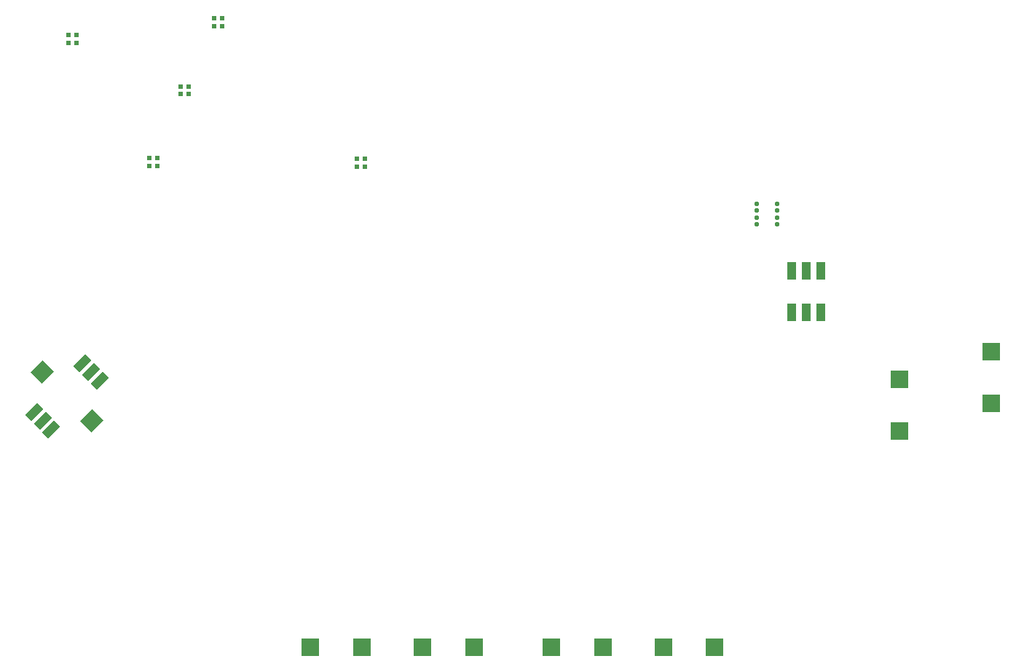
<source format=gtp>
G04 #@! TF.GenerationSoftware,KiCad,Pcbnew,(6.0.4)*
G04 #@! TF.CreationDate,2022-04-24T04:34:32+02:00*
G04 #@! TF.ProjectId,mch2022,6d636832-3032-4322-9e6b-696361645f70,3*
G04 #@! TF.SameCoordinates,Original*
G04 #@! TF.FileFunction,Paste,Top*
G04 #@! TF.FilePolarity,Positive*
%FSLAX46Y46*%
G04 Gerber Fmt 4.6, Leading zero omitted, Abs format (unit mm)*
G04 Created by KiCad (PCBNEW (6.0.4)) date 2022-04-24 04:34:32*
%MOMM*%
%LPD*%
G01*
G04 APERTURE LIST*
G04 Aperture macros list*
%AMRoundRect*
0 Rectangle with rounded corners*
0 $1 Rounding radius*
0 $2 $3 $4 $5 $6 $7 $8 $9 X,Y pos of 4 corners*
0 Add a 4 corners polygon primitive as box body*
4,1,4,$2,$3,$4,$5,$6,$7,$8,$9,$2,$3,0*
0 Add four circle primitives for the rounded corners*
1,1,$1+$1,$2,$3*
1,1,$1+$1,$4,$5*
1,1,$1+$1,$6,$7*
1,1,$1+$1,$8,$9*
0 Add four rect primitives between the rounded corners*
20,1,$1+$1,$2,$3,$4,$5,0*
20,1,$1+$1,$4,$5,$6,$7,0*
20,1,$1+$1,$6,$7,$8,$9,0*
20,1,$1+$1,$8,$9,$2,$3,0*%
%AMRotRect*
0 Rectangle, with rotation*
0 The origin of the aperture is its center*
0 $1 length*
0 $2 width*
0 $3 Rotation angle, in degrees counterclockwise*
0 Add horizontal line*
21,1,$1,$2,0,0,$3*%
G04 Aperture macros list end*
%ADD10R,0.500000X0.500000*%
%ADD11RotRect,2.000000X1.000000X45.000000*%
%ADD12RotRect,2.000000X1.800000X45.000000*%
%ADD13R,2.000000X2.000000*%
%ADD14R,1.100000X2.000000*%
%ADD15RoundRect,0.125000X-0.137500X0.125000X-0.137500X-0.125000X0.137500X-0.125000X0.137500X0.125000X0*%
G04 APERTURE END LIST*
D10*
X-17410000Y27340000D03*
X-18310000Y27340000D03*
X-18310000Y26440000D03*
X-17410000Y26440000D03*
X-50950000Y40820000D03*
X-50950000Y41720000D03*
X-51850000Y41720000D03*
X-51850000Y40820000D03*
X-38810000Y35770000D03*
X-38810000Y34870000D03*
X-37910000Y34870000D03*
X-37910000Y35770000D03*
D11*
X-55869974Y-2116780D03*
X-54862347Y-3124407D03*
X-53854720Y-4132034D03*
X-50213120Y3540074D03*
X-49205493Y2532447D03*
X-48197866Y1524820D03*
D12*
X-54897702Y2567802D03*
X-49170138Y-3159762D03*
D13*
X55372000Y-1095000D03*
X55372000Y4905000D03*
X4266380Y-29473240D03*
X10266380Y-29473240D03*
X-10733620Y-29473240D03*
X-4733620Y-29473240D03*
X-17733620Y-29473240D03*
X-23733620Y-29473240D03*
X17266380Y-29473240D03*
X23266380Y-29473240D03*
D14*
X35590000Y14300000D03*
X33890000Y14300000D03*
X32190000Y14300000D03*
X32190000Y9500000D03*
X33890000Y9500000D03*
X35590000Y9500000D03*
D13*
X44704000Y-4320000D03*
X44704000Y1680000D03*
D10*
X-34920000Y43680000D03*
X-34920000Y42780000D03*
X-34020000Y42780000D03*
X-34020000Y43680000D03*
D15*
X30497500Y22140000D03*
X30497500Y21340000D03*
X30497500Y20540000D03*
X30497500Y19740000D03*
X28122500Y19740000D03*
X28122500Y20540000D03*
X28122500Y21340000D03*
X28122500Y22140000D03*
D10*
X-42429000Y27432000D03*
X-42429000Y26532000D03*
X-41529000Y26532000D03*
X-41529000Y27432000D03*
M02*

</source>
